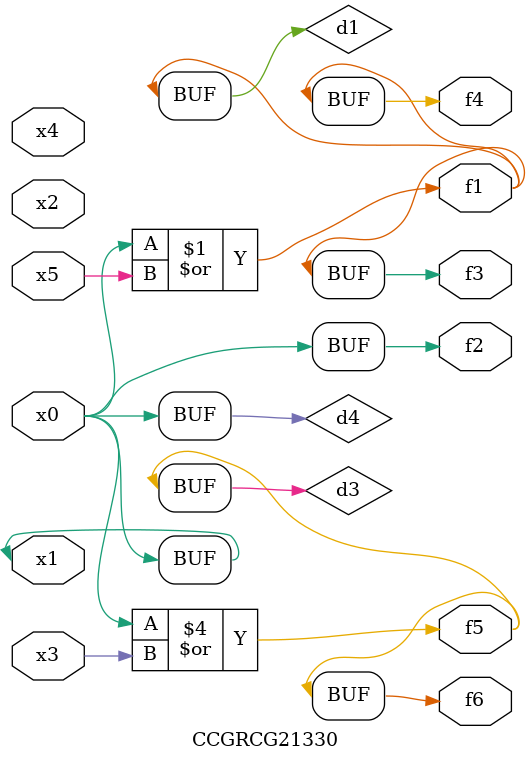
<source format=v>
module CCGRCG21330(
	input x0, x1, x2, x3, x4, x5,
	output f1, f2, f3, f4, f5, f6
);

	wire d1, d2, d3, d4;

	or (d1, x0, x5);
	xnor (d2, x1, x4);
	or (d3, x0, x3);
	buf (d4, x0, x1);
	assign f1 = d1;
	assign f2 = d4;
	assign f3 = d1;
	assign f4 = d1;
	assign f5 = d3;
	assign f6 = d3;
endmodule

</source>
